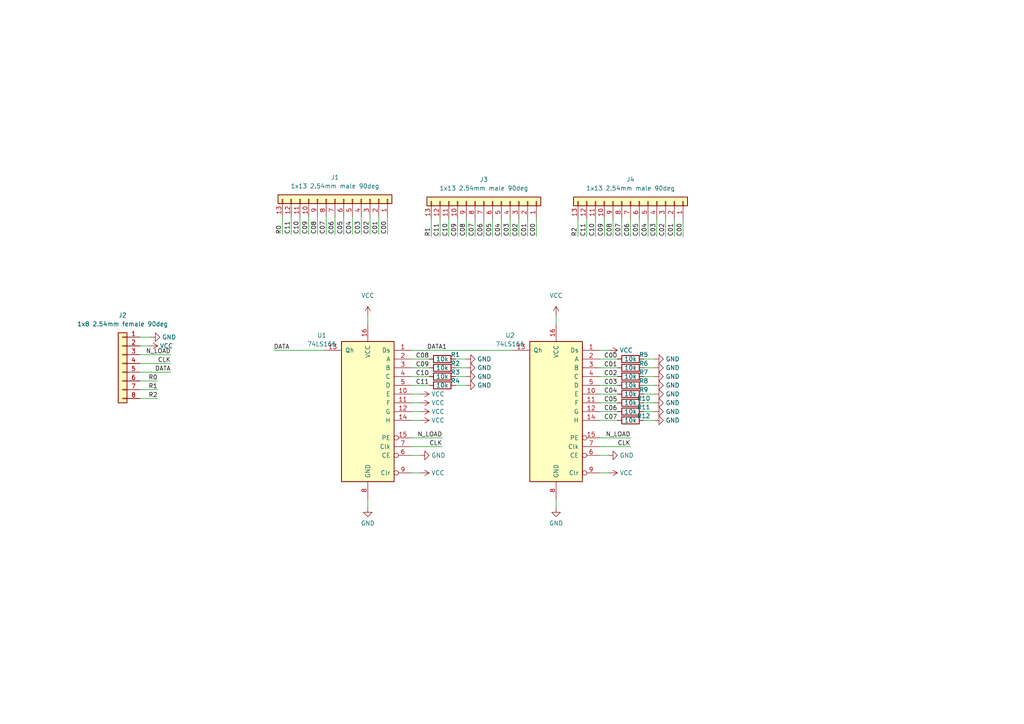
<source format=kicad_sch>
(kicad_sch (version 20211123) (generator eeschema)
  (paper "A4")
  (lib_symbols
    (symbol "74xx:74LS166" (pin_names (offset 1.016))
      (property "Reference" "U" (at -7.62 21.59 0))
      (property "Value" "74LS166" (at -7.62 -21.59 0))
      (symbol "74LS166_1_0"
        (pin input line (at -12.7 17.78 0) (length 5.08) (name "Ds") (number "1"))
        (pin input line (at -12.7 5.08 0) (length 5.08) (name "E") (number "10"))
        (pin input line (at -12.7 2.54 0) (length 5.08) (name "F") (number "11"))
        (pin input line (at -12.7 0 0) (length 5.08) (name "G") (number "12"))
        (pin output line (at 12.7 17.78 180) (length 5.08) (name "Qh") (number "13"))
        (pin input line (at -12.7 -2.54 0) (length 5.08) (name "H") (number "14"))
        (pin input inverted (at -12.7 -7.62 0) (length 5.08) (name "PE") (number "15"))
        (pin power_in line (at 0 25.4 270) (length 5.08) (name "VCC") (number "16"))
        (pin input line (at -12.7 15.24 0) (length 5.08) (name "A") (number "2"))
        (pin input line (at -12.7 12.7 0) (length 5.08) (name "B") (number "3"))
        (pin input line (at -12.7 10.16 0) (length 5.08) (name "C") (number "4"))
        (pin input line (at -12.7 7.62 0) (length 5.08) (name "D") (number "5"))
        (pin input inverted (at -12.7 -12.7 0) (length 5.08) (name "CE") (number "6"))
        (pin input line (at -12.7 -10.16 0) (length 5.08) (name "Clk") (number "7"))
        (pin power_in line (at 0 -25.4 90) (length 5.08) (name "GND") (number "8"))
        (pin input inverted (at -12.7 -17.78 0) (length 5.08) (name "Clr") (number "9"))
      )
      (symbol "74LS166_1_1"
        (rectangle (start -7.62 20.32) (end 7.62 -20.32) (stroke (width 0.254)) (fill (type background)))
      )
    )
    (symbol "Connector_Generic:Conn_01x08" (pin_names (offset 1.016) hide)
      (property "Reference" "J" (at 0 10.16 0))
      (property "Value" "Conn_01x08" (at 0 -12.7 0))
      (symbol "Conn_01x08_1_1"
        (rectangle (start -1.27 -10.033) (end 0 -10.287) (stroke (width 0.1524)))
        (rectangle (start -1.27 -7.493) (end 0 -7.747) (stroke (width 0.1524)))
        (rectangle (start -1.27 -4.953) (end 0 -5.207) (stroke (width 0.1524)))
        (rectangle (start -1.27 -2.413) (end 0 -2.667) (stroke (width 0.1524)))
        (rectangle (start -1.27 0.127) (end 0 -0.127) (stroke (width 0.1524)))
        (rectangle (start -1.27 2.667) (end 0 2.413) (stroke (width 0.1524)))
        (rectangle (start -1.27 5.207) (end 0 4.953) (stroke (width 0.1524)))
        (rectangle (start -1.27 7.747) (end 0 7.493) (stroke (width 0.1524)))
        (rectangle (start -1.27 8.89) (end 1.27 -11.43) (stroke (width 0.254)) (fill (type background)))
        (pin passive line (at -5.08 7.62 0) (length 3.81) (name "Pin_1") (number "1"))
        (pin passive line (at -5.08 5.08 0) (length 3.81) (name "Pin_2") (number "2"))
        (pin passive line (at -5.08 2.54 0) (length 3.81) (name "Pin_3") (number "3"))
        (pin passive line (at -5.08 0 0) (length 3.81) (name "Pin_4") (number "4"))
        (pin passive line (at -5.08 -2.54 0) (length 3.81) (name "Pin_5") (number "5"))
        (pin passive line (at -5.08 -5.08 0) (length 3.81) (name "Pin_6") (number "6"))
        (pin passive line (at -5.08 -7.62 0) (length 3.81) (name "Pin_7") (number "7"))
        (pin passive line (at -5.08 -10.16 0) (length 3.81) (name "Pin_8") (number "8"))
      )
    )
    (symbol "Connector_Generic:Conn_01x13" (pin_names (offset 1.016) hide)
      (property "Reference" "J" (at 0 17.78 0))
      (property "Value" "Conn_01x13" (at 0 -17.78 0))
      (symbol "Conn_01x13_1_1"
        (rectangle (start -1.27 -15.113) (end 0 -15.367) (stroke (width 0.1524)))
        (rectangle (start -1.27 -12.573) (end 0 -12.827) (stroke (width 0.1524)))
        (rectangle (start -1.27 -10.033) (end 0 -10.287) (stroke (width 0.1524)))
        (rectangle (start -1.27 -7.493) (end 0 -7.747) (stroke (width 0.1524)))
        (rectangle (start -1.27 -4.953) (end 0 -5.207) (stroke (width 0.1524)))
        (rectangle (start -1.27 -2.413) (end 0 -2.667) (stroke (width 0.1524)))
        (rectangle (start -1.27 0.127) (end 0 -0.127) (stroke (width 0.1524)))
        (rectangle (start -1.27 2.667) (end 0 2.413) (stroke (width 0.1524)))
        (rectangle (start -1.27 5.207) (end 0 4.953) (stroke (width 0.1524)))
        (rectangle (start -1.27 7.747) (end 0 7.493) (stroke (width 0.1524)))
        (rectangle (start -1.27 10.287) (end 0 10.033) (stroke (width 0.1524)))
        (rectangle (start -1.27 12.827) (end 0 12.573) (stroke (width 0.1524)))
        (rectangle (start -1.27 15.367) (end 0 15.113) (stroke (width 0.1524)))
        (rectangle (start -1.27 16.51) (end 1.27 -16.51) (stroke (width 0.254)) (fill (type background)))
        (pin passive line (at -5.08 15.24 0) (length 3.81) (name "Pin_1") (number "1"))
        (pin passive line (at -5.08 -7.62 0) (length 3.81) (name "Pin_10") (number "10"))
        (pin passive line (at -5.08 -10.16 0) (length 3.81) (name "Pin_11") (number "11"))
        (pin passive line (at -5.08 -12.7 0) (length 3.81) (name "Pin_12") (number "12"))
        (pin passive line (at -5.08 -15.24 0) (length 3.81) (name "Pin_13") (number "13"))
        (pin passive line (at -5.08 12.7 0) (length 3.81) (name "Pin_2") (number "2"))
        (pin passive line (at -5.08 10.16 0) (length 3.81) (name "Pin_3") (number "3"))
        (pin passive line (at -5.08 7.62 0) (length 3.81) (name "Pin_4") (number "4"))
        (pin passive line (at -5.08 5.08 0) (length 3.81) (name "Pin_5") (number "5"))
        (pin passive line (at -5.08 2.54 0) (length 3.81) (name "Pin_6") (number "6"))
        (pin passive line (at -5.08 0 0) (length 3.81) (name "Pin_7") (number "7"))
        (pin passive line (at -5.08 -2.54 0) (length 3.81) (name "Pin_8") (number "8"))
        (pin passive line (at -5.08 -5.08 0) (length 3.81) (name "Pin_9") (number "9"))
      )
    )
    (symbol "Device:R" (pin_numbers hide) (pin_names (offset 0))
      (property "Reference" "R" (at 2.032 0 90))
      (property "Value" "R" (at 0 0 90))
      (symbol "R_0_1"
        (rectangle (start -1.016 -2.54) (end 1.016 2.54) (stroke (width 0.254)))
      )
      (symbol "R_1_1"
        (pin passive line (at 0 3.81 270) (length 1.27) (name "~") (number "1"))
        (pin passive line (at 0 -3.81 90) (length 1.27) (name "~") (number "2"))
      )
    )
    (symbol "power:GND" (power) (pin_names (offset 0))
      (property "Value" "GND" (at 0 -3.81 0))
      (symbol "GND_0_1"
        (polyline (pts (xy 0 0) (xy 0 -1.27) (xy 1.27 -1.27) (xy 0 -2.54) (xy -1.27 -1.27) (xy 0 -1.27)))
      )
      (symbol "GND_1_1"
        (pin power_in line (at 0 0 270) (length 0) hide (name "GND") (number "1"))
      )
    )
    (symbol "power:VCC" (power) (pin_names (offset 0))
      (property "Value" "VCC" (at 0 3.81 0))
      (symbol "VCC_0_1"
        (polyline (pts (xy -0.762 1.27) (xy 0 2.54)))
        (polyline (pts (xy 0 0) (xy 0 2.54)))
        (polyline (pts (xy 0 2.54) (xy 0.762 1.27)))
      )
      (symbol "VCC_1_1"
        (pin power_in line (at 0 0 90) (length 0) hide (name "VCC") (number "1"))
      )
    )
  )
  (wire (pts (xy 109.855 62.865) (xy 109.855 67.945)))
  (wire (pts (xy 182.88 129.54) (xy 173.99 129.54)))
  (wire (pts (xy 121.92 116.84) (xy 119.38 116.84)))
  (wire (pts (xy 40.64 97.79) (xy 43.815 97.79)))
  (wire (pts (xy 161.29 144.78) (xy 161.29 147.32)))
  (wire (pts (xy 132.08 104.14) (xy 135.255 104.14)))
  (wire (pts (xy 132.08 106.68) (xy 135.255 106.68)))
  (wire (pts (xy 94.615 62.865) (xy 94.615 67.945)))
  (wire (pts (xy 180.34 63.5) (xy 180.34 68.58)))
  (wire (pts (xy 198.12 63.5) (xy 198.12 68.58)))
  (wire (pts (xy 190.5 63.5) (xy 190.5 68.58)))
  (wire (pts (xy 170.18 63.5) (xy 170.18 68.58)))
  (wire (pts (xy 104.775 62.865) (xy 104.775 67.945)))
  (wire (pts (xy 140.335 63.5) (xy 140.335 68.58)))
  (wire (pts (xy 121.92 119.38) (xy 119.38 119.38)))
  (wire (pts (xy 186.69 116.84) (xy 189.865 116.84)))
  (wire (pts (xy 121.92 121.92) (xy 119.38 121.92)))
  (wire (pts (xy 132.715 63.5) (xy 132.715 68.58)))
  (wire (pts (xy 89.535 62.865) (xy 89.535 67.945)))
  (wire (pts (xy 128.27 129.54) (xy 119.38 129.54)))
  (wire (pts (xy 121.92 132.08) (xy 119.38 132.08)))
  (wire (pts (xy 137.795 63.5) (xy 137.795 68.58)))
  (wire (pts (xy 186.69 119.38) (xy 189.865 119.38)))
  (wire (pts (xy 142.875 63.5) (xy 142.875 68.58)))
  (wire (pts (xy 84.455 62.865) (xy 84.455 67.945)))
  (wire (pts (xy 119.38 111.76) (xy 124.46 111.76)))
  (wire (pts (xy 106.68 144.78) (xy 106.68 147.32)))
  (wire (pts (xy 195.58 63.5) (xy 195.58 68.58)))
  (wire (pts (xy 173.99 106.68) (xy 179.07 106.68)))
  (wire (pts (xy 119.38 104.14) (xy 124.46 104.14)))
  (wire (pts (xy 173.99 119.38) (xy 179.07 119.38)))
  (wire (pts (xy 182.88 127) (xy 173.99 127)))
  (wire (pts (xy 49.53 102.87) (xy 40.64 102.87)))
  (wire (pts (xy 102.235 62.865) (xy 102.235 67.945)))
  (wire (pts (xy 153.035 63.5) (xy 153.035 68.58)))
  (wire (pts (xy 145.415 63.5) (xy 145.415 68.58)))
  (wire (pts (xy 97.155 62.865) (xy 97.155 67.945)))
  (wire (pts (xy 132.08 109.22) (xy 135.255 109.22)))
  (wire (pts (xy 99.695 62.865) (xy 99.695 67.945)))
  (wire (pts (xy 173.99 104.14) (xy 179.07 104.14)))
  (wire (pts (xy 186.69 111.76) (xy 189.865 111.76)))
  (wire (pts (xy 173.99 114.3) (xy 179.07 114.3)))
  (wire (pts (xy 186.69 109.22) (xy 189.865 109.22)))
  (wire (pts (xy 132.08 111.76) (xy 135.255 111.76)))
  (wire (pts (xy 119.38 106.68) (xy 124.46 106.68)))
  (wire (pts (xy 150.495 63.5) (xy 150.495 68.58)))
  (wire (pts (xy 119.38 101.6) (xy 148.59 101.6)))
  (wire (pts (xy 176.53 132.08) (xy 173.99 132.08)))
  (wire (pts (xy 125.095 63.5) (xy 125.095 68.58)))
  (wire (pts (xy 119.38 109.22) (xy 124.46 109.22)))
  (wire (pts (xy 161.29 91.44) (xy 161.29 93.98)))
  (wire (pts (xy 40.64 115.57) (xy 45.72 115.57)))
  (wire (pts (xy 130.175 63.5) (xy 130.175 68.58)))
  (wire (pts (xy 172.72 63.5) (xy 172.72 68.58)))
  (wire (pts (xy 186.69 106.68) (xy 189.865 106.68)))
  (wire (pts (xy 121.92 114.3) (xy 119.38 114.3)))
  (wire (pts (xy 40.64 113.03) (xy 45.72 113.03)))
  (wire (pts (xy 107.315 62.865) (xy 107.315 67.945)))
  (wire (pts (xy 182.88 63.5) (xy 182.88 68.58)))
  (wire (pts (xy 128.27 127) (xy 119.38 127)))
  (wire (pts (xy 187.96 63.5) (xy 187.96 68.58)))
  (wire (pts (xy 175.26 63.5) (xy 175.26 68.58)))
  (wire (pts (xy 121.92 137.16) (xy 119.38 137.16)))
  (wire (pts (xy 86.995 62.865) (xy 86.995 67.945)))
  (wire (pts (xy 43.18 100.33) (xy 40.64 100.33)))
  (wire (pts (xy 106.68 91.44) (xy 106.68 93.98)))
  (wire (pts (xy 49.53 105.41) (xy 40.64 105.41)))
  (wire (pts (xy 93.98 101.6) (xy 79.375 101.6)))
  (wire (pts (xy 177.8 63.5) (xy 177.8 68.58)))
  (wire (pts (xy 173.99 109.22) (xy 179.07 109.22)))
  (wire (pts (xy 173.99 121.92) (xy 179.07 121.92)))
  (wire (pts (xy 127.635 63.5) (xy 127.635 68.58)))
  (wire (pts (xy 147.955 63.5) (xy 147.955 68.58)))
  (wire (pts (xy 176.53 101.6) (xy 173.99 101.6)))
  (wire (pts (xy 193.04 63.5) (xy 193.04 68.58)))
  (wire (pts (xy 155.575 63.5) (xy 155.575 68.58)))
  (wire (pts (xy 186.69 114.3) (xy 189.865 114.3)))
  (wire (pts (xy 173.99 116.84) (xy 179.07 116.84)))
  (wire (pts (xy 49.53 107.95) (xy 40.64 107.95)))
  (wire (pts (xy 186.69 121.92) (xy 189.865 121.92)))
  (wire (pts (xy 40.64 110.49) (xy 45.72 110.49)))
  (wire (pts (xy 176.53 137.16) (xy 173.99 137.16)))
  (wire (pts (xy 92.075 62.865) (xy 92.075 67.945)))
  (wire (pts (xy 135.255 63.5) (xy 135.255 68.58)))
  (wire (pts (xy 186.69 104.14) (xy 189.865 104.14)))
  (wire (pts (xy 185.42 63.5) (xy 185.42 68.58)))
  (wire (pts (xy 81.915 62.865) (xy 81.915 67.945)))
  (wire (pts (xy 112.395 62.865) (xy 112.395 67.945)))
  (wire (pts (xy 167.64 63.5) (xy 167.64 68.58)))
  (wire (pts (xy 173.99 111.76) (xy 179.07 111.76)))
  (label "C07" (at 94.615 67.945 90))
  (label "C11" (at 84.455 67.945 90))
  (label "C03" (at 147.955 68.58 90))
  (label "C05" (at 142.875 68.58 90))
  (label "C07" (at 180.34 68.58 90))
  (label "C06" (at 140.335 68.58 90))
  (label "CLK" (at 128.27 129.54 180))
  (label "R1" (at 45.72 113.03 180))
  (label "C00" (at 155.575 68.58 90))
  (label "C04" (at 187.96 68.58 90))
  (label "C09" (at 132.715 68.58 90))
  (label "C03" (at 190.5 68.58 90))
  (label "DATA1" (at 123.825 101.6 0))
  (label "DATA" (at 79.375 101.6 0))
  (label "C08" (at 124.46 104.14 180))
  (label "C02" (at 107.315 67.945 90))
  (label "CLK" (at 182.88 129.54 180))
  (label "C05" (at 99.695 67.945 90))
  (label "C00" (at 179.07 104.14 180))
  (label "C02" (at 150.495 68.58 90))
  (label "C01" (at 109.855 67.945 90))
  (label "C04" (at 145.415 68.58 90))
  (label "C09" (at 89.535 67.945 90))
  (label "C11" (at 127.635 68.58 90))
  (label "R0" (at 45.72 110.49 180))
  (label "R2" (at 167.64 68.58 90))
  (label "C10" (at 124.46 109.22 180))
  (label "C03" (at 179.07 111.76 180))
  (label "C00" (at 198.12 68.58 90))
  (label "C02" (at 193.04 68.58 90))
  (label "C09" (at 175.26 68.58 90))
  (label "C04" (at 102.235 67.945 90))
  (label "DATA" (at 49.53 107.95 180))
  (label "C08" (at 177.8 68.58 90))
  (label "C03" (at 104.775 67.945 90))
  (label "C10" (at 172.72 68.58 90))
  (label "R1" (at 125.095 68.58 90))
  (label "C10" (at 130.175 68.58 90))
  (label "C11" (at 170.18 68.58 90))
  (label "C08" (at 135.255 68.58 90))
  (label "C01" (at 179.07 106.68 180))
  (label "C05" (at 179.07 116.84 180))
  (label "C05" (at 185.42 68.58 90))
  (label "C10" (at 86.995 67.945 90))
  (label "C07" (at 179.07 121.92 180))
  (label "CLK" (at 49.53 105.41 180))
  (label "C08" (at 92.075 67.945 90))
  (label "C11" (at 124.46 111.76 180))
  (label "N_LOAD" (at 182.88 127 180))
  (label "N_LOAD" (at 128.27 127 180))
  (label "C01" (at 153.035 68.58 90))
  (label "R2" (at 45.72 115.57 180))
  (label "C04" (at 179.07 114.3 180))
  (label "C02" (at 179.07 109.22 180))
  (label "C06" (at 182.88 68.58 90))
  (label "N_LOAD" (at 49.53 102.87 180))
  (label "R0" (at 81.915 67.945 90))
  (label "C09" (at 124.46 106.68 180))
  (label "C01" (at 195.58 68.58 90))
  (label "C07" (at 137.795 68.58 90))
  (label "C06" (at 97.155 67.945 90))
  (label "C00" (at 112.395 67.945 90))
  (label "C06" (at 179.07 119.38 180))
  (symbol (lib_id "power:VCC") (at 121.92 121.92 270) (mirror x) (unit 1)
    (property "Reference" "#PWR08" (effects hide))
    (property "Value" "VCC" (at 125.095 121.9199 90) (effects (justify left)))
  )
  (symbol (lib_id "power:GND") (at 189.865 106.68 90) (unit 1)
    (property "Reference" "#PWR021" (effects hide))
    (property "Value" "GND" (at 193.04 106.6799 90) (effects (justify right)))
  )
  (symbol (lib_id "Device:R") (at 182.88 114.3 270) (mirror x) (unit 1)
    (property "Reference" "R9" (at 186.69 113.03 90))
    (property "Value" "10k" (at 182.88 114.3 90))
    (property "Footprint" "For_Rasterboard:R_Axial_DIN0207_L6.3mm_D2.5mm_P7.62mm_Horizontal" (effects hide))
  )
  (symbol (lib_id "power:GND") (at 189.865 121.92 90) (unit 1)
    (property "Reference" "#PWR027" (effects hide))
    (property "Value" "GND" (at 193.04 121.9199 90) (effects (justify right)))
  )
  (symbol (lib_id "Device:R") (at 128.27 109.22 270) (mirror x) (unit 1)
    (property "Reference" "R3" (at 132.08 107.95 90))
    (property "Value" "10k" (at 128.27 109.22 90))
    (property "Footprint" "For_Rasterboard:R_Axial_DIN0207_L6.3mm_D2.5mm_P7.62mm_Horizontal" (effects hide))
  )
  (symbol (lib_id "power:GND") (at 189.865 119.38 90) (unit 1)
    (property "Reference" "#PWR026" (effects hide))
    (property "Value" "GND" (at 193.04 119.3799 90) (effects (justify right)))
  )
  (symbol (lib_id "Device:R") (at 128.27 104.14 270) (mirror x) (unit 1)
    (property "Reference" "R1" (at 132.08 102.87 90))
    (property "Value" "10k" (at 128.27 104.14 90))
    (property "Footprint" "For_Rasterboard:R_Axial_DIN0207_L6.3mm_D2.5mm_P7.62mm_Horizontal" (effects hide))
  )
  (symbol (lib_id "power:GND") (at 161.29 147.32 0) (mirror y) (unit 1)
    (property "Reference" "#PWR016" (effects hide))
    (property "Value" "GND" (at 161.29 151.765 0))
  )
  (symbol (lib_id "power:GND") (at 121.92 132.08 90) (unit 1)
    (property "Reference" "#PWR0102" (effects hide))
    (property "Value" "GND" (at 125.095 132.0799 90) (effects (justify right)))
  )
  (symbol (lib_id "power:VCC") (at 43.18 100.33 270) (mirror x) (unit 1)
    (property "Reference" "#PWR01" (effects hide))
    (property "Value" "VCC" (at 46.355 100.3299 90) (effects (justify left)))
  )
  (symbol (lib_id "Device:R") (at 182.88 106.68 270) (mirror x) (unit 1)
    (property "Reference" "R6" (at 186.69 105.41 90))
    (property "Value" "10k" (at 182.88 106.68 90))
    (property "Footprint" "For_Rasterboard:R_Axial_DIN0207_L6.3mm_D2.5mm_P7.62mm_Horizontal" (effects hide))
  )
  (symbol (lib_id "power:GND") (at 189.865 116.84 90) (unit 1)
    (property "Reference" "#PWR025" (effects hide))
    (property "Value" "GND" (at 193.04 116.8399 90) (effects (justify right)))
  )
  (symbol (lib_id "Device:R") (at 182.88 116.84 270) (mirror x) (unit 1)
    (property "Reference" "R10" (at 186.69 115.57 90))
    (property "Value" "10k" (at 182.88 116.84 90))
    (property "Footprint" "For_Rasterboard:R_Axial_DIN0207_L6.3mm_D2.5mm_P7.62mm_Horizontal" (effects hide))
  )
  (symbol (lib_id "power:GND") (at 189.865 104.14 90) (unit 1)
    (property "Reference" "#PWR020" (effects hide))
    (property "Value" "GND" (at 193.04 104.1399 90) (effects (justify right)))
  )
  (symbol (lib_id "power:VCC") (at 176.53 101.6 270) (mirror x) (unit 1)
    (property "Reference" "#PWR017" (effects hide))
    (property "Value" "VCC" (at 179.705 101.5999 90) (effects (justify left)))
  )
  (symbol (lib_id "Device:R") (at 182.88 119.38 270) (mirror x) (unit 1)
    (property "Reference" "R11" (at 186.69 118.11 90))
    (property "Value" "10k" (at 182.88 119.38 90))
    (property "Footprint" "For_Rasterboard:R_Axial_DIN0207_L6.3mm_D2.5mm_P7.62mm_Horizontal" (effects hide))
  )
  (symbol (lib_id "power:VCC") (at 121.92 119.38 270) (mirror x) (unit 1)
    (property "Reference" "#PWR07" (effects hide))
    (property "Value" "VCC" (at 125.095 119.3799 90) (effects (justify left)))
  )
  (symbol (lib_id "74xx:74LS166") (at 106.68 119.38 0) (mirror y) (unit 1)
    (property "Reference" "U1" (at 93.345 97.2693 0))
    (property "Value" "74LS166" (at 93.345 99.8093 0))
    (property "Footprint" "Package_DIP:DIP-16_W7.62mm" (effects hide))
    (property "Datasheet" "http://www.ti.com/lit/gpn/sn74LS166" (effects hide))
  )
  (symbol (lib_id "Device:R") (at 182.88 104.14 270) (mirror x) (unit 1)
    (property "Reference" "R5" (at 186.69 102.87 90))
    (property "Value" "10k" (at 182.88 104.14 90))
    (property "Footprint" "For_Rasterboard:R_Axial_DIN0207_L6.3mm_D2.5mm_P7.62mm_Horizontal" (effects hide))
  )
  (symbol (lib_id "power:GND") (at 176.53 132.08 90) (unit 1)
    (property "Reference" "#PWR0101" (effects hide))
    (property "Value" "GND" (at 179.705 132.0799 90) (effects (justify right)))
  )
  (symbol (lib_id "Device:R") (at 182.88 121.92 270) (mirror x) (unit 1)
    (property "Reference" "R12" (at 186.69 120.65 90))
    (property "Value" "10k" (at 182.88 121.92 90))
    (property "Footprint" "For_Rasterboard:R_Axial_DIN0207_L6.3mm_D2.5mm_P7.62mm_Horizontal" (effects hide))
  )
  (symbol (lib_id "Connector_Generic:Conn_01x13") (at 182.88 58.42 270) (mirror x) (unit 1)
    (property "Reference" "J4" (at 182.88 52.07 90))
    (property "Value" "1x13 2.54mm male 90deg" (at 182.88 54.61 90))
    (property "Footprint" "For_Rasterboard:SW_Rot_1x12_Daughterbrd_Conn" (effects hide))
  )
  (symbol (lib_id "power:GND") (at 135.255 111.76 90) (unit 1)
    (property "Reference" "#PWR014" (effects hide))
    (property "Value" "GND" (at 138.43 111.7599 90) (effects (justify right)))
  )
  (symbol (lib_id "Device:R") (at 128.27 111.76 270) (mirror x) (unit 1)
    (property "Reference" "R4" (at 132.08 110.49 90))
    (property "Value" "10k" (at 128.27 111.76 90))
    (property "Footprint" "For_Rasterboard:R_Axial_DIN0207_L6.3mm_D2.5mm_P7.62mm_Horizontal" (effects hide))
  )
  (symbol (lib_id "power:GND") (at 43.815 97.79 90) (unit 1)
    (property "Reference" "#PWR02" (effects hide))
    (property "Value" "GND" (at 46.99 97.7899 90) (effects (justify right)))
  )
  (symbol (lib_id "power:VCC") (at 121.92 137.16 270) (mirror x) (unit 1)
    (property "Reference" "#PWR010" (effects hide))
    (property "Value" "VCC" (at 125.095 137.1599 90) (effects (justify left)))
  )
  (symbol (lib_id "power:GND") (at 135.255 106.68 90) (unit 1)
    (property "Reference" "#PWR012" (effects hide))
    (property "Value" "GND" (at 138.43 106.6799 90) (effects (justify right)))
  )
  (symbol (lib_id "power:VCC") (at 121.92 116.84 270) (mirror x) (unit 1)
    (property "Reference" "#PWR06" (effects hide))
    (property "Value" "VCC" (at 125.095 116.8399 90) (effects (justify left)))
  )
  (symbol (lib_id "power:VCC") (at 106.68 91.44 0) (mirror y) (unit 1)
    (property "Reference" "#PWR03" (effects hide))
    (property "Value" "VCC" (at 106.68 85.725 0))
  )
  (symbol (lib_id "74xx:74LS166") (at 161.29 119.38 0) (mirror y) (unit 1)
    (property "Reference" "U2" (at 147.955 97.2693 0))
    (property "Value" "74LS166" (at 147.955 99.8093 0))
    (property "Footprint" "Package_DIP:DIP-16_W7.62mm" (effects hide))
    (property "Datasheet" "http://www.ti.com/lit/gpn/sn74LS166" (effects hide))
  )
  (symbol (lib_id "power:GND") (at 189.865 109.22 90) (unit 1)
    (property "Reference" "#PWR022" (effects hide))
    (property "Value" "GND" (at 193.04 109.2199 90) (effects (justify right)))
  )
  (symbol (lib_id "power:GND") (at 106.68 147.32 0) (mirror y) (unit 1)
    (property "Reference" "#PWR04" (effects hide))
    (property "Value" "GND" (at 106.68 151.765 0))
  )
  (symbol (lib_id "Connector_Generic:Conn_01x08") (at 35.56 105.41 0) (mirror y) (unit 1)
    (property "Reference" "J2" (at 35.56 91.44 0))
    (property "Value" "1x8 2.54mm female 90deg" (at 35.56 93.98 0))
    (property "Footprint" "Connector_PinSocket_2.54mm:PinSocket_1x08_P2.54mm_Horizontal" (effects hide))
  )
  (symbol (lib_id "Connector_Generic:Conn_01x13") (at 97.155 57.785 270) (mirror x) (unit 1)
    (property "Reference" "J1" (at 97.155 51.435 90))
    (property "Value" "1x13 2.54mm male 90deg" (at 97.155 53.975 90))
    (property "Footprint" "For_Rasterboard:SW_Rot_1x12_Daughterbrd_Conn" (effects hide))
  )
  (symbol (lib_id "Device:R") (at 182.88 111.76 270) (mirror x) (unit 1)
    (property "Reference" "R8" (at 186.69 110.49 90))
    (property "Value" "10k" (at 182.88 111.76 90))
    (property "Footprint" "For_Rasterboard:R_Axial_DIN0207_L6.3mm_D2.5mm_P7.62mm_Horizontal" (effects hide))
  )
  (symbol (lib_id "Connector_Generic:Conn_01x13") (at 140.335 58.42 270) (mirror x) (unit 1)
    (property "Reference" "J3" (at 140.335 52.07 90))
    (property "Value" "1x13 2.54mm male 90deg" (at 140.335 54.61 90))
    (property "Footprint" "For_Rasterboard:SW_Rot_1x12_Daughterbrd_Conn" (effects hide))
  )
  (symbol (lib_id "power:GND") (at 189.865 114.3 90) (unit 1)
    (property "Reference" "#PWR024" (effects hide))
    (property "Value" "GND" (at 193.04 114.2999 90) (effects (justify right)))
  )
  (symbol (lib_id "power:GND") (at 135.255 104.14 90) (unit 1)
    (property "Reference" "#PWR011" (effects hide))
    (property "Value" "GND" (at 138.43 104.1399 90) (effects (justify right)))
  )
  (symbol (lib_id "power:VCC") (at 161.29 91.44 0) (mirror y) (unit 1)
    (property "Reference" "#PWR015" (effects hide))
    (property "Value" "VCC" (at 161.29 85.725 0))
  )
  (symbol (lib_id "power:VCC") (at 176.53 137.16 270) (mirror x) (unit 1)
    (property "Reference" "#PWR019" (effects hide))
    (property "Value" "VCC" (at 179.705 137.1599 90) (effects (justify left)))
  )
  (symbol (lib_id "power:GND") (at 135.255 109.22 90) (unit 1)
    (property "Reference" "#PWR013" (effects hide))
    (property "Value" "GND" (at 138.43 109.2199 90) (effects (justify right)))
  )
  (symbol (lib_id "power:GND") (at 189.865 111.76 90) (unit 1)
    (property "Reference" "#PWR023" (effects hide))
    (property "Value" "GND" (at 193.04 111.7599 90) (effects (justify right)))
  )
  (symbol (lib_id "power:VCC") (at 121.92 114.3 270) (mirror x) (unit 1)
    (property "Reference" "#PWR05" (effects hide))
    (property "Value" "VCC" (at 125.095 114.2999 90) (effects (justify left)))
  )
  (symbol (lib_id "Device:R") (at 128.27 106.68 270) (mirror x) (unit 1)
    (property "Reference" "R2" (at 132.08 105.41 90))
    (property "Value" "10k" (at 128.27 106.68 90))
    (property "Footprint" "For_Rasterboard:R_Axial_DIN0207_L6.3mm_D2.5mm_P7.62mm_Horizontal" (effects hide))
  )
  (symbol (lib_id "Device:R") (at 182.88 109.22 270) (mirror x) (unit 1)
    (property "Reference" "R7" (at 186.69 107.95 90))
    (property "Value" "10k" (at 182.88 109.22 90))
    (property "Footprint" "For_Rasterboard:R_Axial_DIN0207_L6.3mm_D2.5mm_P7.62mm_Horizontal" (effects hide))
  )
)
</source>
